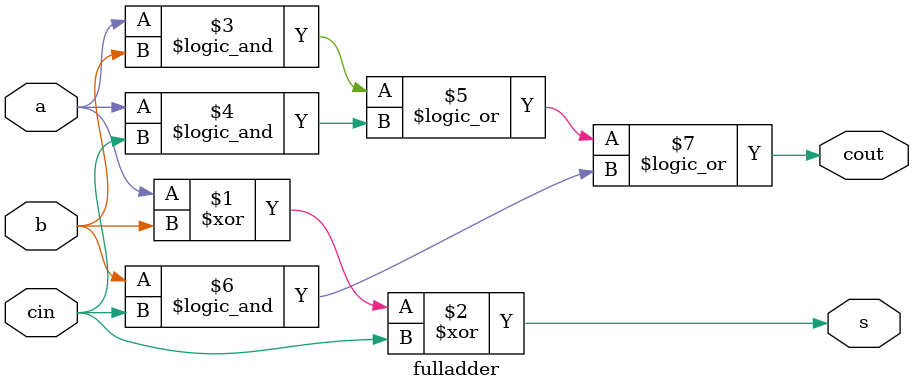
<source format=sv>
`timescale 1ns/1ns
module fulladder(s,cout,a,b,cin);
    input a,b,cin;
    output s,cout;
    assign s = a^b^cin;
    assign cout = a&&b || a&&cin || b&&cin;

endmodule
</source>
